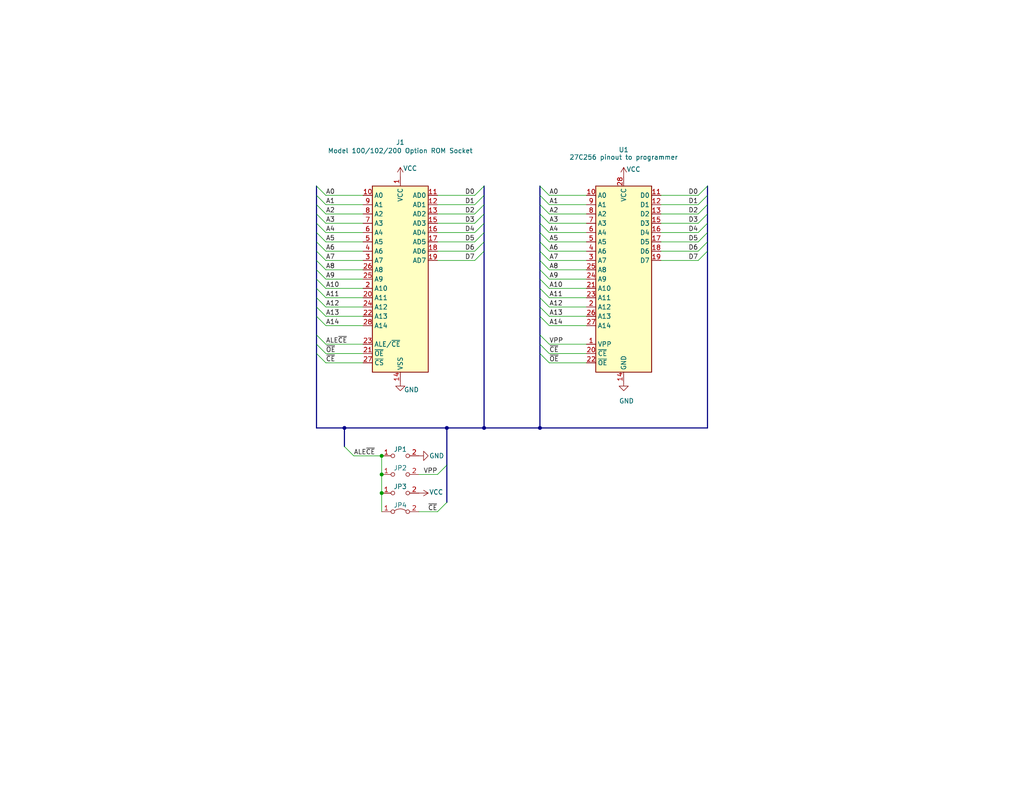
<source format=kicad_sch>
(kicad_sch (version 20211123) (generator eeschema)
  (paper "USLetter")
  (title_block (title "M100 option rom to 27C256 pinout programming adapter") (date "2021-05-17") (rev "002") (company "Brian K. White - b.kenyon.w@gmail.com"))
  (lib_symbols
    (symbol "000_LOCAL:27C256"
      (property "Reference" "U" (at -7.62 26.67 0))
      (property "Value" "27C256" (at 2.54 -26.67 0))
      (symbol "27C256_1_1"
        (rectangle (start -7.62 25.4) (end 7.62 -25.4) (stroke (width 0.254)) (fill (type background)))
        (pin power_in line (at -10.16 -17.78 0) (length 2.54) (name "VPP") (number "1"))
        (pin input line (at -10.16 22.86 0) (length 2.54) (name "A0") (number "10"))
        (pin tri_state line (at 10.16 22.86 180) (length 2.54) (name "D0") (number "11"))
        (pin tri_state line (at 10.16 20.32 180) (length 2.54) (name "D1") (number "12"))
        (pin tri_state line (at 10.16 17.78 180) (length 2.54) (name "D2") (number "13"))
        (pin power_in line (at 0 -27.94 90) (length 2.54) (name "GND") (number "14"))
        (pin tri_state line (at 10.16 15.24 180) (length 2.54) (name "D3") (number "15"))
        (pin tri_state line (at 10.16 12.7 180) (length 2.54) (name "D4") (number "16"))
        (pin tri_state line (at 10.16 10.16 180) (length 2.54) (name "D5") (number "17"))
        (pin tri_state line (at 10.16 7.62 180) (length 2.54) (name "D6") (number "18"))
        (pin tri_state line (at 10.16 5.08 180) (length 2.54) (name "D7") (number "19"))
        (pin input line (at -10.16 -7.62 0) (length 2.54) (name "A12") (number "2"))
        (pin input line (at -10.16 -20.32 0) (length 2.54) (name "~{CE}") (number "20"))
        (pin input line (at -10.16 -2.54 0) (length 2.54) (name "A10") (number "21"))
        (pin input line (at -10.16 -22.86 0) (length 2.54) (name "~{OE}") (number "22"))
        (pin input line (at -10.16 -5.08 0) (length 2.54) (name "A11") (number "23"))
        (pin input line (at -10.16 0 0) (length 2.54) (name "A9") (number "24"))
        (pin input line (at -10.16 2.54 0) (length 2.54) (name "A8") (number "25"))
        (pin input line (at -10.16 -10.16 0) (length 2.54) (name "A13") (number "26"))
        (pin input line (at -10.16 -12.7 0) (length 2.54) (name "A14") (number "27"))
        (pin power_in line (at 0 27.94 270) (length 2.54) (name "VCC") (number "28"))
        (pin input line (at -10.16 5.08 0) (length 2.54) (name "A7") (number "3"))
        (pin input line (at -10.16 7.62 0) (length 2.54) (name "A6") (number "4"))
        (pin input line (at -10.16 10.16 0) (length 2.54) (name "A5") (number "5"))
        (pin input line (at -10.16 12.7 0) (length 2.54) (name "A4") (number "6"))
        (pin input line (at -10.16 15.24 0) (length 2.54) (name "A3") (number "7"))
        (pin input line (at -10.16 17.78 0) (length 2.54) (name "A2") (number "8"))
        (pin input line (at -10.16 20.32 0) (length 2.54) (name "A1") (number "9"))
      )
    )
    (symbol "000_LOCAL:Jumper_2_Bridged" (pin_names (offset 0) hide)
      (property "Reference" "JP" (at 0 1.905 0))
      (property "Value" "Jumper_2_Bridged" (at 0 -2.54 0))
      (symbol "Jumper_2_Bridged_0_0"
        (circle (center -2.032 0) (radius 0.508))
        (circle (center 2.032 0) (radius 0.508))
      )
      (symbol "Jumper_2_Bridged_0_1"
        (arc (start 1.524 0.254) (mid 0 0.762) (end -1.524 0.254))
      )
      (symbol "Jumper_2_Bridged_1_1"
        (pin passive line (at -5.08 0 0) (length 2.54) (name "A") (number "1"))
        (pin passive line (at 5.08 0 180) (length 2.54) (name "B") (number "2"))
      )
    )
    (symbol "000_LOCAL:Jumper_2_Open" (pin_names (offset 0) hide)
      (property "Reference" "JP" (at 0 1.905 0))
      (property "Value" "Jumper_2_Open" (at 0 -2.54 0))
      (symbol "Jumper_2_Open_0_0"
        (circle (center -2.032 0) (radius 0.508))
        (circle (center 2.032 0) (radius 0.508))
      )
      (symbol "Jumper_2_Open_1_1"
        (pin passive line (at -5.08 0 0) (length 2.54) (name "A") (number "1"))
        (pin passive line (at 5.08 0 180) (length 2.54) (name "B") (number "2"))
      )
    )
    (symbol "000_LOCAL:Tandy_100_102_200_option_rom"
      (property "Reference" "U" (at -7.62 26.67 0))
      (property "Value" "Tandy_100_102_200_option_rom" (at 2.54 -26.67 0))
      (symbol "Tandy_100_102_200_option_rom_1_1"
        (rectangle (start -7.62 25.4) (end 7.62 -25.4) (stroke (width 0.254)) (fill (type background)))
        (pin power_in line (at 0 27.94 270) (length 2.54) (name "VCC") (number "1"))
        (pin input line (at -10.16 22.86 0) (length 2.54) (name "A0") (number "10"))
        (pin tri_state line (at 10.16 22.86 180) (length 2.54) (name "AD0") (number "11"))
        (pin tri_state line (at 10.16 20.32 180) (length 2.54) (name "AD1") (number "12"))
        (pin tri_state line (at 10.16 17.78 180) (length 2.54) (name "AD2") (number "13"))
        (pin power_in line (at 0 -27.94 90) (length 2.54) (name "VSS") (number "14"))
        (pin tri_state line (at 10.16 15.24 180) (length 2.54) (name "AD3") (number "15"))
        (pin tri_state line (at 10.16 12.7 180) (length 2.54) (name "AD4") (number "16"))
        (pin tri_state line (at 10.16 10.16 180) (length 2.54) (name "AD5") (number "17"))
        (pin tri_state line (at 10.16 7.62 180) (length 2.54) (name "AD6") (number "18"))
        (pin tri_state line (at 10.16 5.08 180) (length 2.54) (name "AD7") (number "19"))
        (pin input line (at -10.16 -2.54 0) (length 2.54) (name "A10") (number "2"))
        (pin input line (at -10.16 -5.08 0) (length 2.54) (name "A11") (number "20"))
        (pin input line (at -10.16 -20.32 0) (length 2.54) (name "~{OE}") (number "21"))
        (pin input line (at -10.16 -10.16 0) (length 2.54) (name "A13") (number "22"))
        (pin input line (at -10.16 -17.78 0) (length 2.54) (name "ALE/~{CE}") (number "23"))
        (pin input line (at -10.16 -7.62 0) (length 2.54) (name "A12") (number "24"))
        (pin input line (at -10.16 0 0) (length 2.54) (name "A9") (number "25"))
        (pin input line (at -10.16 2.54 0) (length 2.54) (name "A8") (number "26"))
        (pin input line (at -10.16 -22.86 0) (length 2.54) (name "~{CS}") (number "27"))
        (pin input line (at -10.16 -12.7 0) (length 2.54) (name "A14") (number "28"))
        (pin input line (at -10.16 5.08 0) (length 2.54) (name "A7") (number "3"))
        (pin input line (at -10.16 7.62 0) (length 2.54) (name "A6") (number "4"))
        (pin input line (at -10.16 10.16 0) (length 2.54) (name "A5") (number "5"))
        (pin input line (at -10.16 12.7 0) (length 2.54) (name "A4") (number "6"))
        (pin input line (at -10.16 15.24 0) (length 2.54) (name "A3") (number "7"))
        (pin input line (at -10.16 17.78 0) (length 2.54) (name "A2") (number "8"))
        (pin input line (at -10.16 20.32 0) (length 2.54) (name "A1") (number "9"))
      )
    )
    (symbol "power:GND" (power) (pin_names (offset 0))
      (property "Value" "GND" (at 0 -3.81 0))
      (symbol "GND_0_1"
        (polyline (pts (xy 0 0) (xy 0 -1.27) (xy 1.27 -1.27) (xy 0 -2.54) (xy -1.27 -1.27) (xy 0 -1.27)))
      )
      (symbol "GND_1_1"
        (pin power_in line (at 0 0 270) (length 0) hide (name "GND") (number "1"))
      )
    )
    (symbol "power:VCC" (power) (pin_names (offset 0))
      (property "Value" "VCC" (at 0 3.81 0))
      (symbol "VCC_0_1"
        (polyline (pts (xy -0.762 1.27) (xy 0 2.54)))
        (polyline (pts (xy 0 0) (xy 0 2.54)))
        (polyline (pts (xy 0 2.54) (xy 0.762 1.27)))
      )
      (symbol "VCC_1_1"
        (pin power_in line (at 0 0 90) (length 0) hide (name "VCC") (number "1"))
      )
    )
  )
  (junction (at 93.98 116.84))
  (junction (at 132.08 116.84))
  (junction (at 104.14 134.62))
  (junction (at 104.14 124.46))
  (junction (at 147.32 116.84))
  (junction (at 121.92 116.84))
  (junction (at 104.14 129.54))
  (bus_entry (at 129.54 53.34) (size 2.54 -2.54))
  (bus_entry (at 147.32 83.82) (size 2.54 2.54))
  (bus_entry (at 190.5 60.96) (size 2.54 -2.54))
  (bus_entry (at 147.32 81.28) (size 2.54 2.54))
  (bus_entry (at 86.36 83.82) (size 2.54 2.54))
  (bus_entry (at 86.36 78.74) (size 2.54 2.54))
  (bus_entry (at 86.36 73.66) (size 2.54 2.54))
  (bus_entry (at 86.36 93.98) (size 2.54 2.54))
  (bus_entry (at 190.5 66.04) (size 2.54 -2.54))
  (bus_entry (at 147.32 53.34) (size 2.54 2.54))
  (bus_entry (at 93.98 121.92) (size 2.54 2.54))
  (bus_entry (at 129.54 60.96) (size 2.54 -2.54))
  (bus_entry (at 147.32 55.88) (size 2.54 2.54))
  (bus_entry (at 86.36 71.12) (size 2.54 2.54))
  (bus_entry (at 147.32 50.8) (size 2.54 2.54))
  (bus_entry (at 190.5 68.58) (size 2.54 -2.54))
  (bus_entry (at 86.36 58.42) (size 2.54 2.54))
  (bus_entry (at 190.5 55.88) (size 2.54 -2.54))
  (bus_entry (at 147.32 63.5) (size 2.54 2.54))
  (bus_entry (at 147.32 93.98) (size 2.54 2.54))
  (bus_entry (at 129.54 58.42) (size 2.54 -2.54))
  (bus_entry (at 190.5 53.34) (size 2.54 -2.54))
  (bus_entry (at 86.36 76.2) (size 2.54 2.54))
  (bus_entry (at 190.5 63.5) (size 2.54 -2.54))
  (bus_entry (at 86.36 91.44) (size 2.54 2.54))
  (bus_entry (at 147.32 60.96) (size 2.54 2.54))
  (bus_entry (at 86.36 60.96) (size 2.54 2.54))
  (bus_entry (at 86.36 53.34) (size 2.54 2.54))
  (bus_entry (at 86.36 50.8) (size 2.54 2.54))
  (bus_entry (at 86.36 63.5) (size 2.54 2.54))
  (bus_entry (at 129.54 68.58) (size 2.54 -2.54))
  (bus_entry (at 129.54 66.04) (size 2.54 -2.54))
  (bus_entry (at 190.5 58.42) (size 2.54 -2.54))
  (bus_entry (at 86.36 66.04) (size 2.54 2.54))
  (bus_entry (at 86.36 81.28) (size 2.54 2.54))
  (bus_entry (at 129.54 63.5) (size 2.54 -2.54))
  (bus_entry (at 86.36 55.88) (size 2.54 2.54))
  (bus_entry (at 147.32 76.2) (size 2.54 2.54))
  (bus_entry (at 119.38 129.54) (size 2.54 -2.54))
  (bus_entry (at 147.32 68.58) (size 2.54 2.54))
  (bus_entry (at 147.32 71.12) (size 2.54 2.54))
  (bus_entry (at 147.32 96.52) (size 2.54 2.54))
  (bus_entry (at 147.32 86.36) (size 2.54 2.54))
  (bus_entry (at 147.32 66.04) (size 2.54 2.54))
  (bus_entry (at 86.36 86.36) (size 2.54 2.54))
  (bus_entry (at 147.32 78.74) (size 2.54 2.54))
  (bus_entry (at 129.54 55.88) (size 2.54 -2.54))
  (bus_entry (at 190.5 71.12) (size 2.54 -2.54))
  (bus_entry (at 86.36 96.52) (size 2.54 2.54))
  (bus_entry (at 129.54 71.12) (size 2.54 -2.54))
  (bus_entry (at 86.36 68.58) (size 2.54 2.54))
  (bus_entry (at 119.38 139.7) (size 2.54 -2.54))
  (bus_entry (at 147.32 58.42) (size 2.54 2.54))
  (bus_entry (at 147.32 73.66) (size 2.54 2.54))
  (bus_entry (at 147.32 91.44) (size 2.54 2.54))
  (wire (pts (xy 88.9 58.42) (xy 99.06 58.42)))
  (wire (pts (xy 88.9 66.04) (xy 99.06 66.04)))
  (wire (pts (xy 114.3 139.7) (xy 119.38 139.7)))
  (bus (pts (xy 132.08 60.96) (xy 132.08 63.5)))
  (bus (pts (xy 147.32 58.42) (xy 147.32 60.96)))
  (bus (pts (xy 147.32 91.44) (xy 147.32 93.98)))
  (bus (pts (xy 86.36 63.5) (xy 86.36 66.04)))
  (wire (pts (xy 149.86 86.36) (xy 160.02 86.36)))
  (bus (pts (xy 147.32 63.5) (xy 147.32 66.04)))
  (wire (pts (xy 180.34 53.34) (xy 190.5 53.34)))
  (wire (pts (xy 88.9 88.9) (xy 99.06 88.9)))
  (wire (pts (xy 149.86 58.42) (xy 160.02 58.42)))
  (wire (pts (xy 88.9 68.58) (xy 99.06 68.58)))
  (wire (pts (xy 114.3 129.54) (xy 119.38 129.54)))
  (wire (pts (xy 119.38 68.58) (xy 129.54 68.58)))
  (bus (pts (xy 93.98 116.84) (xy 121.92 116.84)))
  (wire (pts (xy 180.34 58.42) (xy 190.5 58.42)))
  (bus (pts (xy 86.36 116.84) (xy 93.98 116.84)))
  (bus (pts (xy 147.32 81.28) (xy 147.32 83.82)))
  (bus (pts (xy 147.32 83.82) (xy 147.32 86.36)))
  (wire (pts (xy 88.9 86.36) (xy 99.06 86.36)))
  (bus (pts (xy 193.04 66.04) (xy 193.04 68.58)))
  (wire (pts (xy 88.9 55.88) (xy 99.06 55.88)))
  (wire (pts (xy 96.52 124.46) (xy 104.14 124.46)))
  (bus (pts (xy 86.36 68.58) (xy 86.36 71.12)))
  (wire (pts (xy 119.38 60.96) (xy 129.54 60.96)))
  (wire (pts (xy 149.86 71.12) (xy 160.02 71.12)))
  (bus (pts (xy 193.04 58.42) (xy 193.04 60.96)))
  (bus (pts (xy 132.08 66.04) (xy 132.08 68.58)))
  (bus (pts (xy 132.08 58.42) (xy 132.08 60.96)))
  (wire (pts (xy 88.9 99.06) (xy 99.06 99.06)))
  (wire (pts (xy 88.9 53.34) (xy 99.06 53.34)))
  (bus (pts (xy 86.36 71.12) (xy 86.36 73.66)))
  (bus (pts (xy 193.04 53.34) (xy 193.04 55.88)))
  (bus (pts (xy 147.32 68.58) (xy 147.32 71.12)))
  (bus (pts (xy 86.36 76.2) (xy 86.36 78.74)))
  (wire (pts (xy 149.86 55.88) (xy 160.02 55.88)))
  (bus (pts (xy 193.04 60.96) (xy 193.04 63.5)))
  (wire (pts (xy 180.34 66.04) (xy 190.5 66.04)))
  (wire (pts (xy 149.86 73.66) (xy 160.02 73.66)))
  (wire (pts (xy 119.38 53.34) (xy 129.54 53.34)))
  (bus (pts (xy 121.92 116.84) (xy 121.92 127)))
  (bus (pts (xy 86.36 66.04) (xy 86.36 68.58)))
  (wire (pts (xy 119.38 58.42) (xy 129.54 58.42)))
  (wire (pts (xy 119.38 71.12) (xy 129.54 71.12)))
  (wire (pts (xy 88.9 71.12) (xy 99.06 71.12)))
  (bus (pts (xy 147.32 93.98) (xy 147.32 96.52)))
  (wire (pts (xy 180.34 60.96) (xy 190.5 60.96)))
  (bus (pts (xy 86.36 91.44) (xy 86.36 93.98)))
  (bus (pts (xy 86.36 58.42) (xy 86.36 60.96)))
  (bus (pts (xy 132.08 68.58) (xy 132.08 116.84)))
  (wire (pts (xy 119.38 66.04) (xy 129.54 66.04)))
  (wire (pts (xy 149.86 60.96) (xy 160.02 60.96)))
  (bus (pts (xy 86.36 93.98) (xy 86.36 96.52)))
  (wire (pts (xy 149.86 88.9) (xy 160.02 88.9)))
  (wire (pts (xy 88.9 63.5) (xy 99.06 63.5)))
  (wire (pts (xy 149.86 83.82) (xy 160.02 83.82)))
  (wire (pts (xy 180.34 71.12) (xy 190.5 71.12)))
  (wire (pts (xy 180.34 55.88) (xy 190.5 55.88)))
  (wire (pts (xy 119.38 55.88) (xy 129.54 55.88)))
  (bus (pts (xy 86.36 78.74) (xy 86.36 81.28)))
  (wire (pts (xy 149.86 66.04) (xy 160.02 66.04)))
  (wire (pts (xy 149.86 96.52) (xy 160.02 96.52)))
  (bus (pts (xy 147.32 53.34) (xy 147.32 55.88)))
  (wire (pts (xy 149.86 53.34) (xy 160.02 53.34)))
  (bus (pts (xy 147.32 55.88) (xy 147.32 58.42)))
  (bus (pts (xy 86.36 53.34) (xy 86.36 55.88)))
  (bus (pts (xy 193.04 50.8) (xy 193.04 53.34)))
  (wire (pts (xy 88.9 78.74) (xy 99.06 78.74)))
  (bus (pts (xy 147.32 86.36) (xy 147.32 91.44)))
  (bus (pts (xy 147.32 76.2) (xy 147.32 78.74)))
  (bus (pts (xy 147.32 96.52) (xy 147.32 116.84)))
  (wire (pts (xy 88.9 76.2) (xy 99.06 76.2)))
  (bus (pts (xy 86.36 96.52) (xy 86.36 116.84)))
  (wire (pts (xy 104.14 129.54) (xy 104.14 124.46)))
  (wire (pts (xy 149.86 76.2) (xy 160.02 76.2)))
  (bus (pts (xy 147.32 66.04) (xy 147.32 68.58)))
  (bus (pts (xy 132.08 53.34) (xy 132.08 55.88)))
  (bus (pts (xy 147.32 50.8) (xy 147.32 53.34)))
  (bus (pts (xy 93.98 121.92) (xy 93.98 116.84)))
  (bus (pts (xy 86.36 50.8) (xy 86.36 53.34)))
  (wire (pts (xy 149.86 93.98) (xy 160.02 93.98)))
  (bus (pts (xy 147.32 60.96) (xy 147.32 63.5)))
  (wire (pts (xy 88.9 83.82) (xy 99.06 83.82)))
  (bus (pts (xy 86.36 60.96) (xy 86.36 63.5)))
  (bus (pts (xy 147.32 78.74) (xy 147.32 81.28)))
  (wire (pts (xy 88.9 60.96) (xy 99.06 60.96)))
  (wire (pts (xy 149.86 81.28) (xy 160.02 81.28)))
  (bus (pts (xy 86.36 86.36) (xy 86.36 91.44)))
  (wire (pts (xy 180.34 63.5) (xy 190.5 63.5)))
  (bus (pts (xy 86.36 81.28) (xy 86.36 83.82)))
  (bus (pts (xy 121.92 116.84) (xy 132.08 116.84)))
  (wire (pts (xy 149.86 99.06) (xy 160.02 99.06)))
  (bus (pts (xy 193.04 68.58) (xy 193.04 116.84)))
  (bus (pts (xy 147.32 73.66) (xy 147.32 76.2)))
  (wire (pts (xy 88.9 81.28) (xy 99.06 81.28)))
  (wire (pts (xy 149.86 68.58) (xy 160.02 68.58)))
  (bus (pts (xy 86.36 73.66) (xy 86.36 76.2)))
  (wire (pts (xy 149.86 78.74) (xy 160.02 78.74)))
  (bus (pts (xy 86.36 55.88) (xy 86.36 58.42)))
  (wire (pts (xy 180.34 68.58) (xy 190.5 68.58)))
  (bus (pts (xy 86.36 83.82) (xy 86.36 86.36)))
  (wire (pts (xy 88.9 93.98) (xy 99.06 93.98)))
  (wire (pts (xy 149.86 63.5) (xy 160.02 63.5)))
  (bus (pts (xy 193.04 55.88) (xy 193.04 58.42)))
  (bus (pts (xy 193.04 63.5) (xy 193.04 66.04)))
  (bus (pts (xy 132.08 50.8) (xy 132.08 53.34)))
  (wire (pts (xy 119.38 63.5) (xy 129.54 63.5)))
  (wire (pts (xy 88.9 73.66) (xy 99.06 73.66)))
  (bus (pts (xy 132.08 116.84) (xy 147.32 116.84)))
  (wire (pts (xy 104.14 134.62) (xy 104.14 129.54)))
  (wire (pts (xy 104.14 139.7) (xy 104.14 134.62)))
  (bus (pts (xy 147.32 116.84) (xy 193.04 116.84)))
  (bus (pts (xy 121.92 127) (xy 121.92 137.16)))
  (bus (pts (xy 147.32 71.12) (xy 147.32 73.66)))
  (wire (pts (xy 88.9 96.52) (xy 99.06 96.52)))
  (bus (pts (xy 132.08 63.5) (xy 132.08 66.04)))
  (bus (pts (xy 132.08 55.88) (xy 132.08 58.42)))
  (label "A1" (at 88.9 55.88 0))
  (label "D6" (at 129.54 68.58 180))
  (label "A1" (at 149.86 55.88 0))
  (label "VPP" (at 149.86 93.98 0))
  (label "A11" (at 149.86 81.28 0))
  (label "D5" (at 129.54 66.04 180))
  (label "A8" (at 88.9 73.66 0))
  (label "D2" (at 190.5 58.42 180))
  (label "A2" (at 88.9 58.42 0))
  (label "ALE~{CE}" (at 88.9 93.98 0))
  (label "D5" (at 190.5 66.04 180))
  (label "A10" (at 149.86 78.74 0))
  (label "A4" (at 88.9 63.5 0))
  (label "D1" (at 190.5 55.88 180))
  (label "A5" (at 88.9 66.04 0))
  (label "~{OE}" (at 88.9 96.52 0))
  (label "A14" (at 149.86 88.9 0))
  (label "D3" (at 129.54 60.96 180))
  (label "D3" (at 190.5 60.96 180))
  (label "D2" (at 129.54 58.42 180))
  (label "A12" (at 88.9 83.82 0))
  (label "A13" (at 88.9 86.36 0))
  (label "A3" (at 149.86 60.96 0))
  (label "~{CE}" (at 88.9 99.06 0))
  (label "D0" (at 129.54 53.34 180))
  (label "VPP" (at 119.38 129.54 180))
  (label "A9" (at 149.86 76.2 0))
  (label "~{CE}" (at 149.86 96.52 0))
  (label "A8" (at 149.86 73.66 0))
  (label "A0" (at 88.9 53.34 0))
  (label "A5" (at 149.86 66.04 0))
  (label "A10" (at 88.9 78.74 0))
  (label "ALE~{CE}" (at 96.52 124.46 0))
  (label "A9" (at 88.9 76.2 0))
  (label "A12" (at 149.86 83.82 0))
  (label "A13" (at 149.86 86.36 0))
  (label "A7" (at 88.9 71.12 0))
  (label "A11" (at 88.9 81.28 0))
  (label "D1" (at 129.54 55.88 180))
  (label "D6" (at 190.5 68.58 180))
  (label "D7" (at 129.54 71.12 180))
  (label "A6" (at 88.9 68.58 0))
  (label "A0" (at 149.86 53.34 0))
  (label "A6" (at 149.86 68.58 0))
  (label "D4" (at 129.54 63.5 180))
  (label "D4" (at 190.5 63.5 180))
  (label "D7" (at 190.5 71.12 180))
  (label "A2" (at 149.86 58.42 0))
  (label "~{CE}" (at 119.38 139.7 180))
  (label "A7" (at 149.86 71.12 0))
  (label "A4" (at 149.86 63.5 0))
  (label "A3" (at 88.9 60.96 0))
  (label "~{OE}" (at 149.86 99.06 0))
  (label "A14" (at 88.9 88.9 0))
  (label "D0" (at 190.5 53.34 180))
  (symbol (lib_id "000_LOCAL:27C256") (at 170.18 76.2 0) (unit 1)
    (property "Reference" "U1" (at 170.18 40.894 0))
    (property "Value" "27C256 pinout to programmer" (at 170.18 42.926 0))
    (property "Footprint" "000_LOCAL:2x28_0.3_0.1_pins" (effects hide))
    (property "Datasheet" "http://ww1.microchip.com/downloads/en/DeviceDoc/doc0006.pdf" (effects hide))
  )
  (symbol (lib_id "000_LOCAL:Tandy_100_102_200_option_rom") (at 109.22 76.2 0) (unit 1)
    (property "Reference" "J1" (at 109.22 38.862 0))
    (property "Value" "Model 100/102/200 Option ROM Socket" (at 109.22 41.148 0))
    (property "Footprint" "000_LOCAL:Molex_78805" (effects hide))
    (property "Datasheet" "http://ww1.microchip.com/downloads/en/DeviceDoc/doc0014.pdf" (effects hide))
  )
  (symbol (lib_id "000_LOCAL:Jumper_2_Bridged") (at 109.22 139.7 0) (unit 1)
    (property "Reference" "JP4" (at 109.22 137.922 0))
    (property "Value" "/CE" (effects hide))
    (property "Footprint" "000_LOCAL:PinHeader_1x02_P2.54mm_Vertical_shorted" (effects hide))
  )
  (symbol (lib_id "power:GND") (at 170.18 104.14 0) (unit 1)
    (property "Reference" "#PWR0101" (effects hide))
    (property "Value" "GND" (at 170.942 109.474 0))
  )
  (symbol (lib_id "power:GND") (at 109.22 104.14 0) (unit 1)
    (property "Reference" "#PWR0102" (effects hide))
    (property "Value" "GND" (at 112.268 106.426 0))
  )
  (symbol (lib_id "power:GND") (at 114.3 124.46 90) (unit 1)
    (property "Reference" "#PWR0103" (effects hide))
    (property "Value" "GND" (at 117.094 124.46 90) (effects (justify right)))
  )
  (symbol (lib_id "power:VCC") (at 114.3 134.62 270) (unit 1)
    (property "Reference" "#PWR0104" (effects hide))
    (property "Value" "VCC" (at 117.094 134.366 90) (effects (justify left)))
  )
  (symbol (lib_id "000_LOCAL:Jumper_2_Open") (at 109.22 129.54 0) (unit 1)
    (property "Reference" "JP2" (at 109.22 127.762 0))
    (property "Value" "VPP" (effects hide))
    (property "Footprint" "000_LOCAL:PinHeader_1x02_P2.54mm_Vertical" (effects hide))
  )
  (symbol (lib_id "000_LOCAL:Jumper_2_Open") (at 109.22 134.62 0) (unit 1)
    (property "Reference" "JP3" (at 109.22 132.842 0))
    (property "Value" "VCC" (effects hide))
    (property "Footprint" "000_LOCAL:PinHeader_1x02_P2.54mm_Vertical" (effects hide))
  )
  (symbol (lib_id "power:VCC") (at 109.22 48.26 0) (unit 1)
    (property "Reference" "#PWR0105" (effects hide))
    (property "Value" "VCC" (at 109.982 45.974 0) (effects (justify left)))
  )
  (symbol (lib_id "power:VCC") (at 170.18 48.26 0) (unit 1)
    (property "Reference" "#PWR0106" (effects hide))
    (property "Value" "VCC" (at 170.942 46.228 0) (effects (justify left)))
  )
  (symbol (lib_id "000_LOCAL:Jumper_2_Open") (at 109.22 124.46 0) (unit 1)
    (property "Reference" "JP1" (at 109.22 122.682 0))
    (property "Value" "GND" (effects hide))
    (property "Footprint" "000_LOCAL:PinHeader_1x02_P2.54mm_Vertical" (effects hide))
  )
)
</source>
